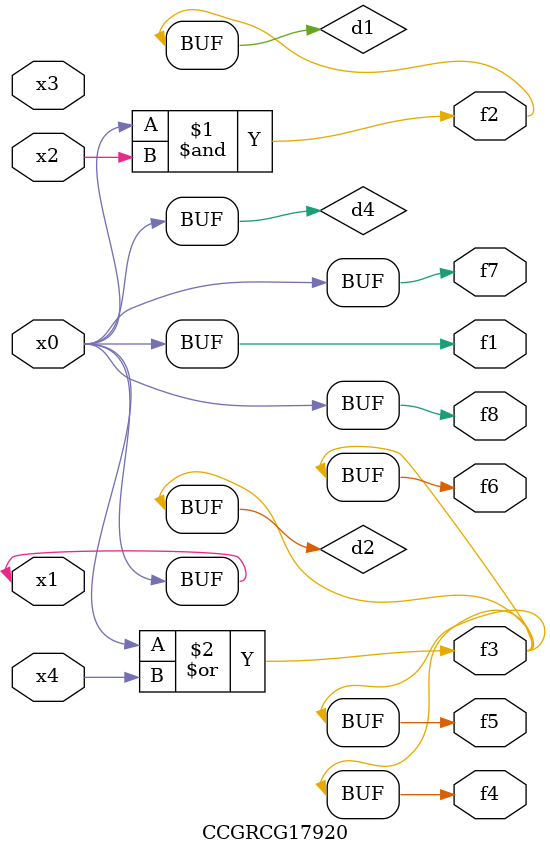
<source format=v>
module CCGRCG17920(
	input x0, x1, x2, x3, x4,
	output f1, f2, f3, f4, f5, f6, f7, f8
);

	wire d1, d2, d3, d4;

	and (d1, x0, x2);
	or (d2, x0, x4);
	nand (d3, x0, x2);
	buf (d4, x0, x1);
	assign f1 = d4;
	assign f2 = d1;
	assign f3 = d2;
	assign f4 = d2;
	assign f5 = d2;
	assign f6 = d2;
	assign f7 = d4;
	assign f8 = d4;
endmodule

</source>
